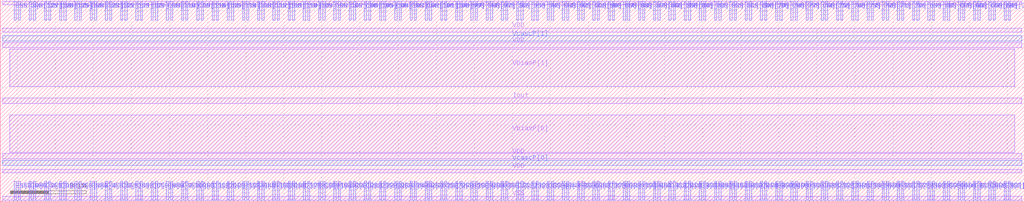
<source format=lef>
VERSION 5.7 ;
  NOWIREEXTENSIONATPIN ON ;
  DIVIDERCHAR "/" ;
  BUSBITCHARS "[]" ;
MACRO DAC2U128OUT4IN
  CLASS BLOCK ;
  FOREIGN DAC2U128OUT4IN ;
  ORIGIN 2.210 5.110 ;
  SIZE 134.420 BY 26.590 ;
  PIN VDD
    USE POWER ;
    PORT
      LAYER Metal1 ;
        RECT -1.900 15.150 131.900 15.820 ;
    END
    PORT
      LAYER Metal1 ;
        RECT -1.900 17.200 131.900 17.700 ;
    END
    PORT
      LAYER Metal1 ;
        RECT -1.900 0.550 131.900 1.220 ;
    END
    PORT
      LAYER Metal1 ;
        RECT -1.900 -1.330 131.900 -0.830 ;
    END
  END VDD
  PIN VSS
    USE GROUND ;
    PORT
      LAYER Metal1 ;
        RECT -1.900 20.780 131.900 21.280 ;
    END
    PORT
      LAYER Metal1 ;
        RECT -1.900 -4.910 131.900 -4.410 ;
    END
  END VSS
  PIN VbiasP[1]
    ANTENNAGATEAREA 478.500000 ;
    ANTENNADIFFAREA 5.010000 ;
    PORT
      LAYER Metal1 ;
        RECT -1.000 10.040 131.000 14.970 ;
    END
  END VbiasP[1]
  PIN Iout
    ANTENNADIFFAREA 66.047997 ;
    PORT
      LAYER Metal1 ;
        RECT -1.900 7.835 131.900 8.535 ;
    END
  END Iout
  PIN VbiasP[0]
    ANTENNAGATEAREA 478.500000 ;
    ANTENNADIFFAREA 5.010000 ;
    PORT
      LAYER Metal1 ;
        RECT -1.000 1.400 131.000 6.330 ;
    END
  END VbiasP[0]
  PIN ON[64]
    ANTENNAGATEAREA 0.039000 ;
    PORT
      LAYER Metal2 ;
        RECT 128.130 18.805 128.420 21.280 ;
    END
  END ON[64]
  PIN ONB[64]
    ANTENNAGATEAREA 0.039000 ;
    PORT
      LAYER Metal2 ;
        RECT 127.580 18.805 127.870 21.280 ;
    END
  END ONB[64]
  PIN ON[65]
    ANTENNAGATEAREA 0.039000 ;
    PORT
      LAYER Metal2 ;
        RECT 126.130 18.805 126.420 21.280 ;
    END
  END ON[65]
  PIN ONB[65]
    ANTENNAGATEAREA 0.039000 ;
    PORT
      LAYER Metal2 ;
        RECT 125.580 18.805 125.870 21.280 ;
    END
  END ONB[65]
  PIN ON[66]
    ANTENNAGATEAREA 0.039000 ;
    PORT
      LAYER Metal2 ;
        RECT 124.130 18.805 124.420 21.280 ;
    END
  END ON[66]
  PIN ONB[66]
    ANTENNAGATEAREA 0.039000 ;
    PORT
      LAYER Metal2 ;
        RECT 123.580 18.805 123.870 21.280 ;
    END
  END ONB[66]
  PIN ON[67]
    ANTENNAGATEAREA 0.039000 ;
    PORT
      LAYER Metal2 ;
        RECT 122.130 18.805 122.420 21.280 ;
    END
  END ON[67]
  PIN ONB[67]
    ANTENNAGATEAREA 0.039000 ;
    PORT
      LAYER Metal2 ;
        RECT 121.580 18.805 121.870 21.280 ;
    END
  END ONB[67]
  PIN ON[68]
    ANTENNAGATEAREA 0.039000 ;
    PORT
      LAYER Metal2 ;
        RECT 120.130 18.805 120.420 21.280 ;
    END
  END ON[68]
  PIN ONB[68]
    ANTENNAGATEAREA 0.039000 ;
    PORT
      LAYER Metal2 ;
        RECT 119.580 18.805 119.870 21.280 ;
    END
  END ONB[68]
  PIN ON[69]
    ANTENNAGATEAREA 0.039000 ;
    PORT
      LAYER Metal2 ;
        RECT 118.130 18.805 118.420 21.280 ;
    END
  END ON[69]
  PIN ONB[69]
    ANTENNAGATEAREA 0.039000 ;
    PORT
      LAYER Metal2 ;
        RECT 117.580 18.805 117.870 21.280 ;
    END
  END ONB[69]
  PIN ON[70]
    ANTENNAGATEAREA 0.039000 ;
    PORT
      LAYER Metal2 ;
        RECT 116.130 18.805 116.420 21.280 ;
    END
  END ON[70]
  PIN ONB[70]
    ANTENNAGATEAREA 0.039000 ;
    PORT
      LAYER Metal2 ;
        RECT 115.580 18.805 115.870 21.280 ;
    END
  END ONB[70]
  PIN ON[71]
    ANTENNAGATEAREA 0.039000 ;
    PORT
      LAYER Metal2 ;
        RECT 114.130 18.805 114.420 21.280 ;
    END
  END ON[71]
  PIN ONB[71]
    ANTENNAGATEAREA 0.039000 ;
    PORT
      LAYER Metal2 ;
        RECT 113.580 18.805 113.870 21.280 ;
    END
  END ONB[71]
  PIN ON[72]
    ANTENNAGATEAREA 0.039000 ;
    PORT
      LAYER Metal2 ;
        RECT 112.130 18.805 112.420 21.280 ;
    END
  END ON[72]
  PIN ONB[72]
    ANTENNAGATEAREA 0.039000 ;
    PORT
      LAYER Metal2 ;
        RECT 111.580 18.805 111.870 21.280 ;
    END
  END ONB[72]
  PIN ON[73]
    ANTENNAGATEAREA 0.039000 ;
    PORT
      LAYER Metal2 ;
        RECT 110.130 18.805 110.420 21.280 ;
    END
  END ON[73]
  PIN ONB[73]
    ANTENNAGATEAREA 0.039000 ;
    PORT
      LAYER Metal2 ;
        RECT 109.580 18.805 109.870 21.280 ;
    END
  END ONB[73]
  PIN ON[74]
    ANTENNAGATEAREA 0.039000 ;
    PORT
      LAYER Metal2 ;
        RECT 108.130 18.805 108.420 21.280 ;
    END
  END ON[74]
  PIN ONB[74]
    ANTENNAGATEAREA 0.039000 ;
    PORT
      LAYER Metal2 ;
        RECT 107.580 18.805 107.870 21.280 ;
    END
  END ONB[74]
  PIN ON[75]
    ANTENNAGATEAREA 0.039000 ;
    PORT
      LAYER Metal2 ;
        RECT 106.130 18.805 106.420 21.280 ;
    END
  END ON[75]
  PIN ONB[75]
    ANTENNAGATEAREA 0.039000 ;
    PORT
      LAYER Metal2 ;
        RECT 105.580 18.805 105.870 21.280 ;
    END
  END ONB[75]
  PIN ON[76]
    ANTENNAGATEAREA 0.039000 ;
    PORT
      LAYER Metal2 ;
        RECT 104.130 18.805 104.420 21.280 ;
    END
  END ON[76]
  PIN ONB[76]
    ANTENNAGATEAREA 0.039000 ;
    PORT
      LAYER Metal2 ;
        RECT 103.580 18.805 103.870 21.280 ;
    END
  END ONB[76]
  PIN ON[77]
    ANTENNAGATEAREA 0.039000 ;
    PORT
      LAYER Metal2 ;
        RECT 102.130 18.805 102.420 21.280 ;
    END
  END ON[77]
  PIN ONB[77]
    ANTENNAGATEAREA 0.039000 ;
    PORT
      LAYER Metal2 ;
        RECT 101.580 18.805 101.870 21.280 ;
    END
  END ONB[77]
  PIN ON[78]
    ANTENNAGATEAREA 0.039000 ;
    PORT
      LAYER Metal2 ;
        RECT 100.130 18.805 100.420 21.280 ;
    END
  END ON[78]
  PIN ONB[78]
    ANTENNAGATEAREA 0.039000 ;
    PORT
      LAYER Metal2 ;
        RECT 99.580 18.805 99.870 21.280 ;
    END
  END ONB[78]
  PIN ON[79]
    ANTENNAGATEAREA 0.039000 ;
    PORT
      LAYER Metal2 ;
        RECT 98.130 18.805 98.420 21.280 ;
    END
  END ON[79]
  PIN ONB[79]
    ANTENNAGATEAREA 0.039000 ;
    PORT
      LAYER Metal2 ;
        RECT 97.580 18.805 97.870 21.280 ;
    END
  END ONB[79]
  PIN ON[80]
    ANTENNAGATEAREA 0.039000 ;
    PORT
      LAYER Metal2 ;
        RECT 96.130 18.805 96.420 21.280 ;
    END
  END ON[80]
  PIN ONB[80]
    ANTENNAGATEAREA 0.039000 ;
    PORT
      LAYER Metal2 ;
        RECT 95.580 18.805 95.870 21.280 ;
    END
  END ONB[80]
  PIN ON[81]
    ANTENNAGATEAREA 0.039000 ;
    PORT
      LAYER Metal2 ;
        RECT 94.130 18.805 94.420 21.280 ;
    END
  END ON[81]
  PIN ONB[81]
    ANTENNAGATEAREA 0.039000 ;
    PORT
      LAYER Metal2 ;
        RECT 93.580 18.805 93.870 21.280 ;
    END
  END ONB[81]
  PIN ON[82]
    ANTENNAGATEAREA 0.039000 ;
    PORT
      LAYER Metal2 ;
        RECT 92.130 18.805 92.420 21.280 ;
    END
  END ON[82]
  PIN ONB[82]
    ANTENNAGATEAREA 0.039000 ;
    PORT
      LAYER Metal2 ;
        RECT 91.580 18.805 91.870 21.280 ;
    END
  END ONB[82]
  PIN ON[83]
    ANTENNAGATEAREA 0.039000 ;
    PORT
      LAYER Metal2 ;
        RECT 90.130 18.805 90.420 21.280 ;
    END
  END ON[83]
  PIN ONB[83]
    ANTENNAGATEAREA 0.039000 ;
    PORT
      LAYER Metal2 ;
        RECT 89.580 18.805 89.870 21.280 ;
    END
  END ONB[83]
  PIN ON[84]
    ANTENNAGATEAREA 0.039000 ;
    PORT
      LAYER Metal2 ;
        RECT 88.130 18.805 88.420 21.280 ;
    END
  END ON[84]
  PIN ONB[84]
    ANTENNAGATEAREA 0.039000 ;
    PORT
      LAYER Metal2 ;
        RECT 87.580 18.805 87.870 21.280 ;
    END
  END ONB[84]
  PIN ON[85]
    ANTENNAGATEAREA 0.039000 ;
    PORT
      LAYER Metal2 ;
        RECT 86.130 18.805 86.420 21.280 ;
    END
  END ON[85]
  PIN ONB[85]
    ANTENNAGATEAREA 0.039000 ;
    PORT
      LAYER Metal2 ;
        RECT 85.580 18.805 85.870 21.280 ;
    END
  END ONB[85]
  PIN ON[86]
    ANTENNAGATEAREA 0.039000 ;
    PORT
      LAYER Metal2 ;
        RECT 84.130 18.805 84.420 21.280 ;
    END
  END ON[86]
  PIN ONB[86]
    ANTENNAGATEAREA 0.039000 ;
    PORT
      LAYER Metal2 ;
        RECT 83.580 18.805 83.870 21.280 ;
    END
  END ONB[86]
  PIN ON[87]
    ANTENNAGATEAREA 0.039000 ;
    PORT
      LAYER Metal2 ;
        RECT 82.130 18.805 82.420 21.280 ;
    END
  END ON[87]
  PIN ONB[87]
    ANTENNAGATEAREA 0.039000 ;
    PORT
      LAYER Metal2 ;
        RECT 81.580 18.805 81.870 21.280 ;
    END
  END ONB[87]
  PIN ON[88]
    ANTENNAGATEAREA 0.039000 ;
    PORT
      LAYER Metal2 ;
        RECT 80.130 18.805 80.420 21.280 ;
    END
  END ON[88]
  PIN ONB[88]
    ANTENNAGATEAREA 0.039000 ;
    PORT
      LAYER Metal2 ;
        RECT 79.580 18.805 79.870 21.280 ;
    END
  END ONB[88]
  PIN ON[89]
    ANTENNAGATEAREA 0.039000 ;
    PORT
      LAYER Metal2 ;
        RECT 78.130 18.805 78.420 21.280 ;
    END
  END ON[89]
  PIN ONB[89]
    ANTENNAGATEAREA 0.039000 ;
    PORT
      LAYER Metal2 ;
        RECT 77.580 18.805 77.870 21.280 ;
    END
  END ONB[89]
  PIN ON[90]
    ANTENNAGATEAREA 0.039000 ;
    PORT
      LAYER Metal2 ;
        RECT 76.130 18.805 76.420 21.280 ;
    END
  END ON[90]
  PIN ONB[90]
    ANTENNAGATEAREA 0.039000 ;
    PORT
      LAYER Metal2 ;
        RECT 75.580 18.805 75.870 21.280 ;
    END
  END ONB[90]
  PIN ON[91]
    ANTENNAGATEAREA 0.039000 ;
    PORT
      LAYER Metal2 ;
        RECT 74.130 18.805 74.420 21.280 ;
    END
  END ON[91]
  PIN ONB[91]
    ANTENNAGATEAREA 0.039000 ;
    PORT
      LAYER Metal2 ;
        RECT 73.580 18.805 73.870 21.280 ;
    END
  END ONB[91]
  PIN ON[92]
    ANTENNAGATEAREA 0.039000 ;
    PORT
      LAYER Metal2 ;
        RECT 72.130 18.805 72.420 21.280 ;
    END
  END ON[92]
  PIN ONB[92]
    ANTENNAGATEAREA 0.039000 ;
    PORT
      LAYER Metal2 ;
        RECT 71.580 18.805 71.870 21.280 ;
    END
  END ONB[92]
  PIN ON[93]
    ANTENNAGATEAREA 0.039000 ;
    PORT
      LAYER Metal2 ;
        RECT 70.130 18.805 70.420 21.280 ;
    END
  END ON[93]
  PIN ONB[93]
    ANTENNAGATEAREA 0.039000 ;
    PORT
      LAYER Metal2 ;
        RECT 69.580 18.805 69.870 21.280 ;
    END
  END ONB[93]
  PIN ON[94]
    ANTENNAGATEAREA 0.039000 ;
    PORT
      LAYER Metal2 ;
        RECT 68.130 18.805 68.420 21.280 ;
    END
  END ON[94]
  PIN ONB[94]
    ANTENNAGATEAREA 0.039000 ;
    PORT
      LAYER Metal2 ;
        RECT 67.580 18.805 67.870 21.280 ;
    END
  END ONB[94]
  PIN ON[95]
    ANTENNAGATEAREA 0.039000 ;
    PORT
      LAYER Metal2 ;
        RECT 66.130 18.805 66.420 21.280 ;
    END
  END ON[95]
  PIN ONB[95]
    ANTENNAGATEAREA 0.039000 ;
    PORT
      LAYER Metal2 ;
        RECT 65.580 18.805 65.870 21.280 ;
    END
  END ONB[95]
  PIN EN[2]
    ANTENNAGATEAREA 0.039000 ;
    PORT
      LAYER Metal2 ;
        RECT 130.130 18.805 130.420 21.280 ;
    END
  END EN[2]
  PIN ENB[2]
    ANTENNAGATEAREA 0.039000 ;
    PORT
      LAYER Metal2 ;
        RECT 129.580 18.805 129.870 21.280 ;
    END
  END ENB[2]
  PIN ON[97]
    ANTENNAGATEAREA 0.039000 ;
    PORT
      LAYER Metal2 ;
        RECT 62.130 18.805 62.420 21.280 ;
    END
  END ON[97]
  PIN ONB[97]
    ANTENNAGATEAREA 0.039000 ;
    PORT
      LAYER Metal2 ;
        RECT 61.580 18.805 61.870 21.280 ;
    END
  END ONB[97]
  PIN ON[98]
    ANTENNAGATEAREA 0.039000 ;
    PORT
      LAYER Metal2 ;
        RECT 60.130 18.805 60.420 21.280 ;
    END
  END ON[98]
  PIN ONB[98]
    ANTENNAGATEAREA 0.039000 ;
    PORT
      LAYER Metal2 ;
        RECT 59.580 18.805 59.870 21.280 ;
    END
  END ONB[98]
  PIN ON[99]
    ANTENNAGATEAREA 0.039000 ;
    PORT
      LAYER Metal2 ;
        RECT 58.130 18.805 58.420 21.280 ;
    END
  END ON[99]
  PIN ONB[99]
    ANTENNAGATEAREA 0.039000 ;
    PORT
      LAYER Metal2 ;
        RECT 57.580 18.805 57.870 21.280 ;
    END
  END ONB[99]
  PIN ON[100]
    ANTENNAGATEAREA 0.039000 ;
    PORT
      LAYER Metal2 ;
        RECT 56.130 18.805 56.420 21.280 ;
    END
  END ON[100]
  PIN ONB[100]
    ANTENNAGATEAREA 0.039000 ;
    PORT
      LAYER Metal2 ;
        RECT 55.580 18.805 55.870 21.280 ;
    END
  END ONB[100]
  PIN ON[101]
    ANTENNAGATEAREA 0.039000 ;
    PORT
      LAYER Metal2 ;
        RECT 54.130 18.805 54.420 21.280 ;
    END
  END ON[101]
  PIN ONB[101]
    ANTENNAGATEAREA 0.039000 ;
    PORT
      LAYER Metal2 ;
        RECT 53.580 18.805 53.870 21.280 ;
    END
  END ONB[101]
  PIN ON[102]
    ANTENNAGATEAREA 0.039000 ;
    PORT
      LAYER Metal2 ;
        RECT 52.130 18.805 52.420 21.280 ;
    END
  END ON[102]
  PIN ONB[102]
    ANTENNAGATEAREA 0.039000 ;
    PORT
      LAYER Metal2 ;
        RECT 51.580 18.805 51.870 21.280 ;
    END
  END ONB[102]
  PIN ON[103]
    ANTENNAGATEAREA 0.039000 ;
    PORT
      LAYER Metal2 ;
        RECT 50.130 18.805 50.420 21.280 ;
    END
  END ON[103]
  PIN ONB[103]
    ANTENNAGATEAREA 0.039000 ;
    PORT
      LAYER Metal2 ;
        RECT 49.580 18.805 49.870 21.280 ;
    END
  END ONB[103]
  PIN ON[104]
    ANTENNAGATEAREA 0.039000 ;
    PORT
      LAYER Metal2 ;
        RECT 48.130 18.805 48.420 21.280 ;
    END
  END ON[104]
  PIN ONB[104]
    ANTENNAGATEAREA 0.039000 ;
    PORT
      LAYER Metal2 ;
        RECT 47.580 18.805 47.870 21.280 ;
    END
  END ONB[104]
  PIN ON[105]
    ANTENNAGATEAREA 0.039000 ;
    PORT
      LAYER Metal2 ;
        RECT 46.130 18.805 46.420 21.280 ;
    END
  END ON[105]
  PIN ONB[105]
    ANTENNAGATEAREA 0.039000 ;
    PORT
      LAYER Metal2 ;
        RECT 45.580 18.805 45.870 21.280 ;
    END
  END ONB[105]
  PIN ON[106]
    ANTENNAGATEAREA 0.039000 ;
    PORT
      LAYER Metal2 ;
        RECT 44.130 18.805 44.420 21.280 ;
    END
  END ON[106]
  PIN ONB[106]
    ANTENNAGATEAREA 0.039000 ;
    PORT
      LAYER Metal2 ;
        RECT 43.580 18.805 43.870 21.280 ;
    END
  END ONB[106]
  PIN ON[107]
    ANTENNAGATEAREA 0.039000 ;
    PORT
      LAYER Metal2 ;
        RECT 42.130 18.805 42.420 21.280 ;
    END
  END ON[107]
  PIN ONB[107]
    ANTENNAGATEAREA 0.039000 ;
    PORT
      LAYER Metal2 ;
        RECT 41.580 18.805 41.870 21.280 ;
    END
  END ONB[107]
  PIN ON[108]
    ANTENNAGATEAREA 0.039000 ;
    PORT
      LAYER Metal2 ;
        RECT 40.130 18.805 40.420 21.280 ;
    END
  END ON[108]
  PIN ONB[108]
    ANTENNAGATEAREA 0.039000 ;
    PORT
      LAYER Metal2 ;
        RECT 39.580 18.805 39.870 21.280 ;
    END
  END ONB[108]
  PIN ON[109]
    ANTENNAGATEAREA 0.039000 ;
    PORT
      LAYER Metal2 ;
        RECT 38.130 18.805 38.420 21.280 ;
    END
  END ON[109]
  PIN ONB[109]
    ANTENNAGATEAREA 0.039000 ;
    PORT
      LAYER Metal2 ;
        RECT 37.580 18.805 37.870 21.280 ;
    END
  END ONB[109]
  PIN ON[110]
    ANTENNAGATEAREA 0.039000 ;
    PORT
      LAYER Metal2 ;
        RECT 36.130 18.805 36.420 21.280 ;
    END
  END ON[110]
  PIN ONB[110]
    ANTENNAGATEAREA 0.039000 ;
    PORT
      LAYER Metal2 ;
        RECT 35.580 18.805 35.870 21.280 ;
    END
  END ONB[110]
  PIN ON[111]
    ANTENNAGATEAREA 0.039000 ;
    PORT
      LAYER Metal2 ;
        RECT 34.130 18.805 34.420 21.280 ;
    END
  END ON[111]
  PIN ONB[111]
    ANTENNAGATEAREA 0.039000 ;
    PORT
      LAYER Metal2 ;
        RECT 33.580 18.805 33.870 21.280 ;
    END
  END ONB[111]
  PIN ON[112]
    ANTENNAGATEAREA 0.039000 ;
    PORT
      LAYER Metal2 ;
        RECT 32.130 18.805 32.420 21.280 ;
    END
  END ON[112]
  PIN ONB[112]
    ANTENNAGATEAREA 0.039000 ;
    PORT
      LAYER Metal2 ;
        RECT 31.580 18.805 31.870 21.280 ;
    END
  END ONB[112]
  PIN ON[113]
    ANTENNAGATEAREA 0.039000 ;
    PORT
      LAYER Metal2 ;
        RECT 30.130 18.805 30.420 21.280 ;
    END
  END ON[113]
  PIN ONB[113]
    ANTENNAGATEAREA 0.039000 ;
    PORT
      LAYER Metal2 ;
        RECT 29.580 18.805 29.870 21.280 ;
    END
  END ONB[113]
  PIN ON[114]
    ANTENNAGATEAREA 0.039000 ;
    PORT
      LAYER Metal2 ;
        RECT 28.130 18.805 28.420 21.280 ;
    END
  END ON[114]
  PIN ONB[114]
    ANTENNAGATEAREA 0.039000 ;
    PORT
      LAYER Metal2 ;
        RECT 27.580 18.805 27.870 21.280 ;
    END
  END ONB[114]
  PIN ON[115]
    ANTENNAGATEAREA 0.039000 ;
    PORT
      LAYER Metal2 ;
        RECT 26.130 18.805 26.420 21.280 ;
    END
  END ON[115]
  PIN ONB[115]
    ANTENNAGATEAREA 0.039000 ;
    PORT
      LAYER Metal2 ;
        RECT 25.580 18.805 25.870 21.280 ;
    END
  END ONB[115]
  PIN ON[116]
    ANTENNAGATEAREA 0.039000 ;
    PORT
      LAYER Metal2 ;
        RECT 24.130 18.805 24.420 21.280 ;
    END
  END ON[116]
  PIN ONB[116]
    ANTENNAGATEAREA 0.039000 ;
    PORT
      LAYER Metal2 ;
        RECT 23.580 18.805 23.870 21.280 ;
    END
  END ONB[116]
  PIN ON[117]
    ANTENNAGATEAREA 0.039000 ;
    PORT
      LAYER Metal2 ;
        RECT 22.130 18.805 22.420 21.280 ;
    END
  END ON[117]
  PIN ONB[117]
    ANTENNAGATEAREA 0.039000 ;
    PORT
      LAYER Metal2 ;
        RECT 21.580 18.805 21.870 21.280 ;
    END
  END ONB[117]
  PIN ON[118]
    ANTENNAGATEAREA 0.039000 ;
    PORT
      LAYER Metal2 ;
        RECT 20.130 18.805 20.420 21.280 ;
    END
  END ON[118]
  PIN ONB[118]
    ANTENNAGATEAREA 0.039000 ;
    PORT
      LAYER Metal2 ;
        RECT 19.580 18.805 19.870 21.280 ;
    END
  END ONB[118]
  PIN ON[119]
    ANTENNAGATEAREA 0.039000 ;
    PORT
      LAYER Metal2 ;
        RECT 18.130 18.805 18.420 21.280 ;
    END
  END ON[119]
  PIN ONB[119]
    ANTENNAGATEAREA 0.039000 ;
    PORT
      LAYER Metal2 ;
        RECT 17.580 18.805 17.870 21.280 ;
    END
  END ONB[119]
  PIN ON[120]
    ANTENNAGATEAREA 0.039000 ;
    PORT
      LAYER Metal2 ;
        RECT 16.130 18.805 16.420 21.280 ;
    END
  END ON[120]
  PIN ONB[120]
    ANTENNAGATEAREA 0.039000 ;
    PORT
      LAYER Metal2 ;
        RECT 15.580 18.805 15.870 21.280 ;
    END
  END ONB[120]
  PIN ON[121]
    ANTENNAGATEAREA 0.039000 ;
    PORT
      LAYER Metal2 ;
        RECT 14.130 18.805 14.420 21.280 ;
    END
  END ON[121]
  PIN ONB[121]
    ANTENNAGATEAREA 0.039000 ;
    PORT
      LAYER Metal2 ;
        RECT 13.580 18.805 13.870 21.280 ;
    END
  END ONB[121]
  PIN ON[122]
    ANTENNAGATEAREA 0.039000 ;
    PORT
      LAYER Metal2 ;
        RECT 12.130 18.805 12.420 21.280 ;
    END
  END ON[122]
  PIN ONB[122]
    ANTENNAGATEAREA 0.039000 ;
    PORT
      LAYER Metal2 ;
        RECT 11.580 18.805 11.870 21.280 ;
    END
  END ONB[122]
  PIN ON[123]
    ANTENNAGATEAREA 0.039000 ;
    PORT
      LAYER Metal2 ;
        RECT 10.130 18.805 10.420 21.280 ;
    END
  END ON[123]
  PIN ONB[123]
    ANTENNAGATEAREA 0.039000 ;
    PORT
      LAYER Metal2 ;
        RECT 9.580 18.805 9.870 21.280 ;
    END
  END ONB[123]
  PIN ON[124]
    ANTENNAGATEAREA 0.039000 ;
    PORT
      LAYER Metal2 ;
        RECT 8.130 18.805 8.420 21.280 ;
    END
  END ON[124]
  PIN ONB[124]
    ANTENNAGATEAREA 0.039000 ;
    PORT
      LAYER Metal2 ;
        RECT 7.580 18.805 7.870 21.280 ;
    END
  END ONB[124]
  PIN ON[125]
    ANTENNAGATEAREA 0.039000 ;
    PORT
      LAYER Metal2 ;
        RECT 6.130 18.805 6.420 21.280 ;
    END
  END ON[125]
  PIN ONB[125]
    ANTENNAGATEAREA 0.039000 ;
    PORT
      LAYER Metal2 ;
        RECT 5.580 18.805 5.870 21.280 ;
    END
  END ONB[125]
  PIN ON[126]
    ANTENNAGATEAREA 0.039000 ;
    PORT
      LAYER Metal2 ;
        RECT 4.130 18.805 4.420 21.280 ;
    END
  END ON[126]
  PIN ONB[126]
    ANTENNAGATEAREA 0.039000 ;
    PORT
      LAYER Metal2 ;
        RECT 3.580 18.805 3.870 21.280 ;
    END
  END ONB[126]
  PIN ON[127]
    ANTENNAGATEAREA 0.039000 ;
    PORT
      LAYER Metal2 ;
        RECT 2.130 18.805 2.420 21.280 ;
    END
  END ON[127]
  PIN ONB[127]
    ANTENNAGATEAREA 0.039000 ;
    PORT
      LAYER Metal2 ;
        RECT 1.580 18.805 1.870 21.280 ;
    END
  END ONB[127]
  PIN ON[96]
    ANTENNAGATEAREA 0.039000 ;
    PORT
      LAYER Metal2 ;
        RECT 64.130 18.805 64.420 21.280 ;
    END
  END ON[96]
  PIN ONB[96]
    ANTENNAGATEAREA 0.039000 ;
    PORT
      LAYER Metal2 ;
        RECT 63.580 18.805 63.870 21.280 ;
    END
  END ONB[96]
  PIN EN[3]
    ANTENNAGATEAREA 0.039000 ;
    PORT
      LAYER Metal2 ;
        RECT 0.130 18.805 0.420 21.280 ;
    END
  END EN[3]
  PIN ENB[3]
    ANTENNAGATEAREA 0.039000 ;
    PORT
      LAYER Metal2 ;
        RECT -0.420 18.805 -0.130 21.280 ;
    END
  END ENB[3]
  PIN ON[0]
    ANTENNAGATEAREA 0.039000 ;
    PORT
      LAYER Metal2 ;
        RECT 1.580 -4.910 1.870 -2.435 ;
    END
  END ON[0]
  PIN ONB[0]
    ANTENNAGATEAREA 0.039000 ;
    PORT
      LAYER Metal2 ;
        RECT 2.130 -4.910 2.420 -2.435 ;
    END
  END ONB[0]
  PIN ON[1]
    ANTENNAGATEAREA 0.039000 ;
    PORT
      LAYER Metal2 ;
        RECT 3.580 -4.910 3.870 -2.435 ;
    END
  END ON[1]
  PIN ONB[1]
    ANTENNAGATEAREA 0.039000 ;
    PORT
      LAYER Metal2 ;
        RECT 4.130 -4.910 4.420 -2.435 ;
    END
  END ONB[1]
  PIN ON[2]
    ANTENNAGATEAREA 0.039000 ;
    PORT
      LAYER Metal2 ;
        RECT 5.580 -4.910 5.870 -2.435 ;
    END
  END ON[2]
  PIN ONB[2]
    ANTENNAGATEAREA 0.039000 ;
    PORT
      LAYER Metal2 ;
        RECT 6.130 -4.910 6.420 -2.435 ;
    END
  END ONB[2]
  PIN ON[3]
    ANTENNAGATEAREA 0.039000 ;
    PORT
      LAYER Metal2 ;
        RECT 7.580 -4.910 7.870 -2.435 ;
    END
  END ON[3]
  PIN ONB[3]
    ANTENNAGATEAREA 0.039000 ;
    PORT
      LAYER Metal2 ;
        RECT 8.130 -4.910 8.420 -2.435 ;
    END
  END ONB[3]
  PIN ON[4]
    ANTENNAGATEAREA 0.039000 ;
    PORT
      LAYER Metal2 ;
        RECT 9.580 -4.910 9.870 -2.435 ;
    END
  END ON[4]
  PIN ONB[4]
    ANTENNAGATEAREA 0.039000 ;
    PORT
      LAYER Metal2 ;
        RECT 10.130 -4.910 10.420 -2.435 ;
    END
  END ONB[4]
  PIN ON[5]
    ANTENNAGATEAREA 0.039000 ;
    PORT
      LAYER Metal2 ;
        RECT 11.580 -4.910 11.870 -2.435 ;
    END
  END ON[5]
  PIN ONB[5]
    ANTENNAGATEAREA 0.039000 ;
    PORT
      LAYER Metal2 ;
        RECT 12.130 -4.910 12.420 -2.435 ;
    END
  END ONB[5]
  PIN ON[6]
    ANTENNAGATEAREA 0.039000 ;
    PORT
      LAYER Metal2 ;
        RECT 13.580 -4.910 13.870 -2.435 ;
    END
  END ON[6]
  PIN ONB[6]
    ANTENNAGATEAREA 0.039000 ;
    PORT
      LAYER Metal2 ;
        RECT 14.130 -4.910 14.420 -2.435 ;
    END
  END ONB[6]
  PIN ON[7]
    ANTENNAGATEAREA 0.039000 ;
    PORT
      LAYER Metal2 ;
        RECT 15.580 -4.910 15.870 -2.435 ;
    END
  END ON[7]
  PIN ONB[7]
    ANTENNAGATEAREA 0.039000 ;
    PORT
      LAYER Metal2 ;
        RECT 16.130 -4.910 16.420 -2.435 ;
    END
  END ONB[7]
  PIN ON[8]
    ANTENNAGATEAREA 0.039000 ;
    PORT
      LAYER Metal2 ;
        RECT 17.580 -4.910 17.870 -2.435 ;
    END
  END ON[8]
  PIN ONB[8]
    ANTENNAGATEAREA 0.039000 ;
    PORT
      LAYER Metal2 ;
        RECT 18.130 -4.910 18.420 -2.435 ;
    END
  END ONB[8]
  PIN ON[9]
    ANTENNAGATEAREA 0.039000 ;
    PORT
      LAYER Metal2 ;
        RECT 19.580 -4.910 19.870 -2.435 ;
    END
  END ON[9]
  PIN ONB[9]
    ANTENNAGATEAREA 0.039000 ;
    PORT
      LAYER Metal2 ;
        RECT 20.130 -4.910 20.420 -2.435 ;
    END
  END ONB[9]
  PIN ON[10]
    ANTENNAGATEAREA 0.039000 ;
    PORT
      LAYER Metal2 ;
        RECT 21.580 -4.910 21.870 -2.435 ;
    END
  END ON[10]
  PIN ONB[10]
    ANTENNAGATEAREA 0.039000 ;
    PORT
      LAYER Metal2 ;
        RECT 22.130 -4.910 22.420 -2.435 ;
    END
  END ONB[10]
  PIN ON[11]
    ANTENNAGATEAREA 0.039000 ;
    PORT
      LAYER Metal2 ;
        RECT 23.580 -4.910 23.870 -2.435 ;
    END
  END ON[11]
  PIN ONB[11]
    ANTENNAGATEAREA 0.039000 ;
    PORT
      LAYER Metal2 ;
        RECT 24.130 -4.910 24.420 -2.435 ;
    END
  END ONB[11]
  PIN ON[12]
    ANTENNAGATEAREA 0.039000 ;
    PORT
      LAYER Metal2 ;
        RECT 25.580 -4.910 25.870 -2.435 ;
    END
  END ON[12]
  PIN ONB[12]
    ANTENNAGATEAREA 0.039000 ;
    PORT
      LAYER Metal2 ;
        RECT 26.130 -4.910 26.420 -2.435 ;
    END
  END ONB[12]
  PIN ON[13]
    ANTENNAGATEAREA 0.039000 ;
    PORT
      LAYER Metal2 ;
        RECT 27.580 -4.910 27.870 -2.435 ;
    END
  END ON[13]
  PIN ONB[13]
    ANTENNAGATEAREA 0.039000 ;
    PORT
      LAYER Metal2 ;
        RECT 28.130 -4.910 28.420 -2.435 ;
    END
  END ONB[13]
  PIN ON[14]
    ANTENNAGATEAREA 0.039000 ;
    PORT
      LAYER Metal2 ;
        RECT 29.580 -4.910 29.870 -2.435 ;
    END
  END ON[14]
  PIN ONB[14]
    ANTENNAGATEAREA 0.039000 ;
    PORT
      LAYER Metal2 ;
        RECT 30.130 -4.910 30.420 -2.435 ;
    END
  END ONB[14]
  PIN ON[15]
    ANTENNAGATEAREA 0.039000 ;
    PORT
      LAYER Metal2 ;
        RECT 31.580 -4.910 31.870 -2.435 ;
    END
  END ON[15]
  PIN ONB[15]
    ANTENNAGATEAREA 0.039000 ;
    PORT
      LAYER Metal2 ;
        RECT 32.130 -4.910 32.420 -2.435 ;
    END
  END ONB[15]
  PIN ON[16]
    ANTENNAGATEAREA 0.039000 ;
    PORT
      LAYER Metal2 ;
        RECT 33.580 -4.910 33.870 -2.435 ;
    END
  END ON[16]
  PIN ONB[16]
    ANTENNAGATEAREA 0.039000 ;
    PORT
      LAYER Metal2 ;
        RECT 34.130 -4.910 34.420 -2.435 ;
    END
  END ONB[16]
  PIN ON[17]
    ANTENNAGATEAREA 0.039000 ;
    PORT
      LAYER Metal2 ;
        RECT 35.580 -4.910 35.870 -2.435 ;
    END
  END ON[17]
  PIN ONB[17]
    ANTENNAGATEAREA 0.039000 ;
    PORT
      LAYER Metal2 ;
        RECT 36.130 -4.910 36.420 -2.435 ;
    END
  END ONB[17]
  PIN ON[18]
    ANTENNAGATEAREA 0.039000 ;
    PORT
      LAYER Metal2 ;
        RECT 37.580 -4.910 37.870 -2.435 ;
    END
  END ON[18]
  PIN ONB[18]
    ANTENNAGATEAREA 0.039000 ;
    PORT
      LAYER Metal2 ;
        RECT 38.130 -4.910 38.420 -2.435 ;
    END
  END ONB[18]
  PIN ON[19]
    ANTENNAGATEAREA 0.039000 ;
    PORT
      LAYER Metal2 ;
        RECT 39.580 -4.910 39.870 -2.435 ;
    END
  END ON[19]
  PIN ONB[19]
    ANTENNAGATEAREA 0.039000 ;
    PORT
      LAYER Metal2 ;
        RECT 40.130 -4.910 40.420 -2.435 ;
    END
  END ONB[19]
  PIN ON[20]
    ANTENNAGATEAREA 0.039000 ;
    PORT
      LAYER Metal2 ;
        RECT 41.580 -4.910 41.870 -2.435 ;
    END
  END ON[20]
  PIN ONB[20]
    ANTENNAGATEAREA 0.039000 ;
    PORT
      LAYER Metal2 ;
        RECT 42.130 -4.910 42.420 -2.435 ;
    END
  END ONB[20]
  PIN ON[21]
    ANTENNAGATEAREA 0.039000 ;
    PORT
      LAYER Metal2 ;
        RECT 43.580 -4.910 43.870 -2.435 ;
    END
  END ON[21]
  PIN ONB[21]
    ANTENNAGATEAREA 0.039000 ;
    PORT
      LAYER Metal2 ;
        RECT 44.130 -4.910 44.420 -2.435 ;
    END
  END ONB[21]
  PIN ON[22]
    ANTENNAGATEAREA 0.039000 ;
    PORT
      LAYER Metal2 ;
        RECT 45.580 -4.910 45.870 -2.435 ;
    END
  END ON[22]
  PIN ONB[22]
    ANTENNAGATEAREA 0.039000 ;
    PORT
      LAYER Metal2 ;
        RECT 46.130 -4.910 46.420 -2.435 ;
    END
  END ONB[22]
  PIN ON[23]
    ANTENNAGATEAREA 0.039000 ;
    PORT
      LAYER Metal2 ;
        RECT 47.580 -4.910 47.870 -2.435 ;
    END
  END ON[23]
  PIN ONB[23]
    ANTENNAGATEAREA 0.039000 ;
    PORT
      LAYER Metal2 ;
        RECT 48.130 -4.910 48.420 -2.435 ;
    END
  END ONB[23]
  PIN ON[24]
    ANTENNAGATEAREA 0.039000 ;
    PORT
      LAYER Metal2 ;
        RECT 49.580 -4.910 49.870 -2.435 ;
    END
  END ON[24]
  PIN ONB[24]
    ANTENNAGATEAREA 0.039000 ;
    PORT
      LAYER Metal2 ;
        RECT 50.130 -4.910 50.420 -2.435 ;
    END
  END ONB[24]
  PIN ON[25]
    ANTENNAGATEAREA 0.039000 ;
    PORT
      LAYER Metal2 ;
        RECT 51.580 -4.910 51.870 -2.435 ;
    END
  END ON[25]
  PIN ONB[25]
    ANTENNAGATEAREA 0.039000 ;
    PORT
      LAYER Metal2 ;
        RECT 52.130 -4.910 52.420 -2.435 ;
    END
  END ONB[25]
  PIN ON[26]
    ANTENNAGATEAREA 0.039000 ;
    PORT
      LAYER Metal2 ;
        RECT 53.580 -4.910 53.870 -2.435 ;
    END
  END ON[26]
  PIN ONB[26]
    ANTENNAGATEAREA 0.039000 ;
    PORT
      LAYER Metal2 ;
        RECT 54.130 -4.910 54.420 -2.435 ;
    END
  END ONB[26]
  PIN ON[27]
    ANTENNAGATEAREA 0.039000 ;
    PORT
      LAYER Metal2 ;
        RECT 55.580 -4.910 55.870 -2.435 ;
    END
  END ON[27]
  PIN ONB[27]
    ANTENNAGATEAREA 0.039000 ;
    PORT
      LAYER Metal2 ;
        RECT 56.130 -4.910 56.420 -2.435 ;
    END
  END ONB[27]
  PIN ON[28]
    ANTENNAGATEAREA 0.039000 ;
    PORT
      LAYER Metal2 ;
        RECT 57.580 -4.910 57.870 -2.435 ;
    END
  END ON[28]
  PIN ONB[28]
    ANTENNAGATEAREA 0.039000 ;
    PORT
      LAYER Metal2 ;
        RECT 58.130 -4.910 58.420 -2.435 ;
    END
  END ONB[28]
  PIN ON[29]
    ANTENNAGATEAREA 0.039000 ;
    PORT
      LAYER Metal2 ;
        RECT 59.580 -4.910 59.870 -2.435 ;
    END
  END ON[29]
  PIN ONB[29]
    ANTENNAGATEAREA 0.039000 ;
    PORT
      LAYER Metal2 ;
        RECT 60.130 -4.910 60.420 -2.435 ;
    END
  END ONB[29]
  PIN ON[30]
    ANTENNAGATEAREA 0.039000 ;
    PORT
      LAYER Metal2 ;
        RECT 61.580 -4.910 61.870 -2.435 ;
    END
  END ON[30]
  PIN ONB[30]
    ANTENNAGATEAREA 0.039000 ;
    PORT
      LAYER Metal2 ;
        RECT 62.130 -4.910 62.420 -2.435 ;
    END
  END ONB[30]
  PIN ON[31]
    ANTENNAGATEAREA 0.039000 ;
    PORT
      LAYER Metal2 ;
        RECT 63.580 -4.910 63.870 -2.435 ;
    END
  END ON[31]
  PIN ONB[31]
    ANTENNAGATEAREA 0.039000 ;
    PORT
      LAYER Metal2 ;
        RECT 64.130 -4.910 64.420 -2.435 ;
    END
  END ONB[31]
  PIN EN[0]
    ANTENNAGATEAREA 0.039000 ;
    PORT
      LAYER Metal2 ;
        RECT -0.420 -4.910 -0.130 -2.435 ;
    END
  END EN[0]
  PIN ENB[0]
    ANTENNAGATEAREA 0.039000 ;
    PORT
      LAYER Metal2 ;
        RECT 0.130 -4.910 0.420 -2.435 ;
    END
  END ENB[0]
  PIN ON[33]
    ANTENNAGATEAREA 0.039000 ;
    PORT
      LAYER Metal2 ;
        RECT 67.580 -4.910 67.870 -2.435 ;
    END
  END ON[33]
  PIN ONB[33]
    ANTENNAGATEAREA 0.039000 ;
    PORT
      LAYER Metal2 ;
        RECT 68.130 -4.910 68.420 -2.435 ;
    END
  END ONB[33]
  PIN ON[34]
    ANTENNAGATEAREA 0.039000 ;
    PORT
      LAYER Metal2 ;
        RECT 69.580 -4.910 69.870 -2.435 ;
    END
  END ON[34]
  PIN ONB[34]
    ANTENNAGATEAREA 0.039000 ;
    PORT
      LAYER Metal2 ;
        RECT 70.130 -4.910 70.420 -2.435 ;
    END
  END ONB[34]
  PIN ON[35]
    ANTENNAGATEAREA 0.039000 ;
    PORT
      LAYER Metal2 ;
        RECT 71.580 -4.910 71.870 -2.435 ;
    END
  END ON[35]
  PIN ONB[35]
    ANTENNAGATEAREA 0.039000 ;
    PORT
      LAYER Metal2 ;
        RECT 72.130 -4.910 72.420 -2.435 ;
    END
  END ONB[35]
  PIN ON[36]
    ANTENNAGATEAREA 0.039000 ;
    PORT
      LAYER Metal2 ;
        RECT 73.580 -4.910 73.870 -2.435 ;
    END
  END ON[36]
  PIN ONB[36]
    ANTENNAGATEAREA 0.039000 ;
    PORT
      LAYER Metal2 ;
        RECT 74.130 -4.910 74.420 -2.435 ;
    END
  END ONB[36]
  PIN ON[37]
    ANTENNAGATEAREA 0.039000 ;
    PORT
      LAYER Metal2 ;
        RECT 75.580 -4.910 75.870 -2.435 ;
    END
  END ON[37]
  PIN ONB[37]
    ANTENNAGATEAREA 0.039000 ;
    PORT
      LAYER Metal2 ;
        RECT 76.130 -4.910 76.420 -2.435 ;
    END
  END ONB[37]
  PIN ON[38]
    ANTENNAGATEAREA 0.039000 ;
    PORT
      LAYER Metal2 ;
        RECT 77.580 -4.910 77.870 -2.435 ;
    END
  END ON[38]
  PIN ONB[38]
    ANTENNAGATEAREA 0.039000 ;
    PORT
      LAYER Metal2 ;
        RECT 78.130 -4.910 78.420 -2.435 ;
    END
  END ONB[38]
  PIN ON[39]
    ANTENNAGATEAREA 0.039000 ;
    PORT
      LAYER Metal2 ;
        RECT 79.580 -4.910 79.870 -2.435 ;
    END
  END ON[39]
  PIN ONB[39]
    ANTENNAGATEAREA 0.039000 ;
    PORT
      LAYER Metal2 ;
        RECT 80.130 -4.910 80.420 -2.435 ;
    END
  END ONB[39]
  PIN ON[40]
    ANTENNAGATEAREA 0.039000 ;
    PORT
      LAYER Metal2 ;
        RECT 81.580 -4.910 81.870 -2.435 ;
    END
  END ON[40]
  PIN ONB[40]
    ANTENNAGATEAREA 0.039000 ;
    PORT
      LAYER Metal2 ;
        RECT 82.130 -4.910 82.420 -2.435 ;
    END
  END ONB[40]
  PIN ON[41]
    ANTENNAGATEAREA 0.039000 ;
    PORT
      LAYER Metal2 ;
        RECT 83.580 -4.910 83.870 -2.435 ;
    END
  END ON[41]
  PIN ONB[41]
    ANTENNAGATEAREA 0.039000 ;
    PORT
      LAYER Metal2 ;
        RECT 84.130 -4.910 84.420 -2.435 ;
    END
  END ONB[41]
  PIN ON[42]
    ANTENNAGATEAREA 0.039000 ;
    PORT
      LAYER Metal2 ;
        RECT 85.580 -4.910 85.870 -2.435 ;
    END
  END ON[42]
  PIN ONB[42]
    ANTENNAGATEAREA 0.039000 ;
    PORT
      LAYER Metal2 ;
        RECT 86.130 -4.910 86.420 -2.435 ;
    END
  END ONB[42]
  PIN ON[43]
    ANTENNAGATEAREA 0.039000 ;
    PORT
      LAYER Metal2 ;
        RECT 87.580 -4.910 87.870 -2.435 ;
    END
  END ON[43]
  PIN ONB[43]
    ANTENNAGATEAREA 0.039000 ;
    PORT
      LAYER Metal2 ;
        RECT 88.130 -4.910 88.420 -2.435 ;
    END
  END ONB[43]
  PIN ON[44]
    ANTENNAGATEAREA 0.039000 ;
    PORT
      LAYER Metal2 ;
        RECT 89.580 -4.910 89.870 -2.435 ;
    END
  END ON[44]
  PIN ONB[44]
    ANTENNAGATEAREA 0.039000 ;
    PORT
      LAYER Metal2 ;
        RECT 90.130 -4.910 90.420 -2.435 ;
    END
  END ONB[44]
  PIN ON[45]
    ANTENNAGATEAREA 0.039000 ;
    PORT
      LAYER Metal2 ;
        RECT 91.580 -4.910 91.870 -2.435 ;
    END
  END ON[45]
  PIN ONB[45]
    ANTENNAGATEAREA 0.039000 ;
    PORT
      LAYER Metal2 ;
        RECT 92.130 -4.910 92.420 -2.435 ;
    END
  END ONB[45]
  PIN ON[46]
    ANTENNAGATEAREA 0.039000 ;
    PORT
      LAYER Metal2 ;
        RECT 93.580 -4.910 93.870 -2.435 ;
    END
  END ON[46]
  PIN ONB[46]
    ANTENNAGATEAREA 0.039000 ;
    PORT
      LAYER Metal2 ;
        RECT 94.130 -4.910 94.420 -2.435 ;
    END
  END ONB[46]
  PIN ON[47]
    ANTENNAGATEAREA 0.039000 ;
    PORT
      LAYER Metal2 ;
        RECT 95.580 -4.910 95.870 -2.435 ;
    END
  END ON[47]
  PIN ONB[47]
    ANTENNAGATEAREA 0.039000 ;
    PORT
      LAYER Metal2 ;
        RECT 96.130 -4.910 96.420 -2.435 ;
    END
  END ONB[47]
  PIN ON[48]
    ANTENNAGATEAREA 0.039000 ;
    PORT
      LAYER Metal2 ;
        RECT 97.580 -4.910 97.870 -2.435 ;
    END
  END ON[48]
  PIN ONB[48]
    ANTENNAGATEAREA 0.039000 ;
    PORT
      LAYER Metal2 ;
        RECT 98.130 -4.910 98.420 -2.435 ;
    END
  END ONB[48]
  PIN ON[49]
    ANTENNAGATEAREA 0.039000 ;
    PORT
      LAYER Metal2 ;
        RECT 99.580 -4.910 99.870 -2.435 ;
    END
  END ON[49]
  PIN ONB[49]
    ANTENNAGATEAREA 0.039000 ;
    PORT
      LAYER Metal2 ;
        RECT 100.130 -4.910 100.420 -2.435 ;
    END
  END ONB[49]
  PIN ON[50]
    ANTENNAGATEAREA 0.039000 ;
    PORT
      LAYER Metal2 ;
        RECT 101.580 -4.910 101.870 -2.435 ;
    END
  END ON[50]
  PIN ONB[50]
    ANTENNAGATEAREA 0.039000 ;
    PORT
      LAYER Metal2 ;
        RECT 102.130 -4.910 102.420 -2.435 ;
    END
  END ONB[50]
  PIN ON[51]
    ANTENNAGATEAREA 0.039000 ;
    PORT
      LAYER Metal2 ;
        RECT 103.580 -4.910 103.870 -2.435 ;
    END
  END ON[51]
  PIN ONB[51]
    ANTENNAGATEAREA 0.039000 ;
    PORT
      LAYER Metal2 ;
        RECT 104.130 -4.910 104.420 -2.435 ;
    END
  END ONB[51]
  PIN ON[52]
    ANTENNAGATEAREA 0.039000 ;
    PORT
      LAYER Metal2 ;
        RECT 105.580 -4.910 105.870 -2.435 ;
    END
  END ON[52]
  PIN ONB[52]
    ANTENNAGATEAREA 0.039000 ;
    PORT
      LAYER Metal2 ;
        RECT 106.130 -4.910 106.420 -2.435 ;
    END
  END ONB[52]
  PIN ON[53]
    ANTENNAGATEAREA 0.039000 ;
    PORT
      LAYER Metal2 ;
        RECT 107.580 -4.910 107.870 -2.435 ;
    END
  END ON[53]
  PIN ONB[53]
    ANTENNAGATEAREA 0.039000 ;
    PORT
      LAYER Metal2 ;
        RECT 108.130 -4.910 108.420 -2.435 ;
    END
  END ONB[53]
  PIN ON[54]
    ANTENNAGATEAREA 0.039000 ;
    PORT
      LAYER Metal2 ;
        RECT 109.580 -4.910 109.870 -2.435 ;
    END
  END ON[54]
  PIN ONB[54]
    ANTENNAGATEAREA 0.039000 ;
    PORT
      LAYER Metal2 ;
        RECT 110.130 -4.910 110.420 -2.435 ;
    END
  END ONB[54]
  PIN ON[55]
    ANTENNAGATEAREA 0.039000 ;
    PORT
      LAYER Metal2 ;
        RECT 111.580 -4.910 111.870 -2.435 ;
    END
  END ON[55]
  PIN ONB[55]
    ANTENNAGATEAREA 0.039000 ;
    PORT
      LAYER Metal2 ;
        RECT 112.130 -4.910 112.420 -2.435 ;
    END
  END ONB[55]
  PIN ON[56]
    ANTENNAGATEAREA 0.039000 ;
    PORT
      LAYER Metal2 ;
        RECT 113.580 -4.910 113.870 -2.435 ;
    END
  END ON[56]
  PIN ONB[56]
    ANTENNAGATEAREA 0.039000 ;
    PORT
      LAYER Metal2 ;
        RECT 114.130 -4.910 114.420 -2.435 ;
    END
  END ONB[56]
  PIN ON[57]
    ANTENNAGATEAREA 0.039000 ;
    PORT
      LAYER Metal2 ;
        RECT 115.580 -4.910 115.870 -2.435 ;
    END
  END ON[57]
  PIN ONB[57]
    ANTENNAGATEAREA 0.039000 ;
    PORT
      LAYER Metal2 ;
        RECT 116.130 -4.910 116.420 -2.435 ;
    END
  END ONB[57]
  PIN ON[58]
    ANTENNAGATEAREA 0.039000 ;
    PORT
      LAYER Metal2 ;
        RECT 117.580 -4.910 117.870 -2.435 ;
    END
  END ON[58]
  PIN ONB[58]
    ANTENNAGATEAREA 0.039000 ;
    PORT
      LAYER Metal2 ;
        RECT 118.130 -4.910 118.420 -2.435 ;
    END
  END ONB[58]
  PIN ON[59]
    ANTENNAGATEAREA 0.039000 ;
    PORT
      LAYER Metal2 ;
        RECT 119.580 -4.910 119.870 -2.435 ;
    END
  END ON[59]
  PIN ONB[59]
    ANTENNAGATEAREA 0.039000 ;
    PORT
      LAYER Metal2 ;
        RECT 120.130 -4.910 120.420 -2.435 ;
    END
  END ONB[59]
  PIN ON[60]
    ANTENNAGATEAREA 0.039000 ;
    PORT
      LAYER Metal2 ;
        RECT 121.580 -4.910 121.870 -2.435 ;
    END
  END ON[60]
  PIN ONB[60]
    ANTENNAGATEAREA 0.039000 ;
    PORT
      LAYER Metal2 ;
        RECT 122.130 -4.910 122.420 -2.435 ;
    END
  END ONB[60]
  PIN ON[61]
    ANTENNAGATEAREA 0.039000 ;
    PORT
      LAYER Metal2 ;
        RECT 123.580 -4.910 123.870 -2.435 ;
    END
  END ON[61]
  PIN ONB[61]
    ANTENNAGATEAREA 0.039000 ;
    PORT
      LAYER Metal2 ;
        RECT 124.130 -4.910 124.420 -2.435 ;
    END
  END ONB[61]
  PIN ON[62]
    ANTENNAGATEAREA 0.039000 ;
    PORT
      LAYER Metal2 ;
        RECT 125.580 -4.910 125.870 -2.435 ;
    END
  END ON[62]
  PIN ONB[62]
    ANTENNAGATEAREA 0.039000 ;
    PORT
      LAYER Metal2 ;
        RECT 126.130 -4.910 126.420 -2.435 ;
    END
  END ONB[62]
  PIN ON[63]
    ANTENNAGATEAREA 0.039000 ;
    PORT
      LAYER Metal2 ;
        RECT 127.580 -4.910 127.870 -2.435 ;
    END
  END ON[63]
  PIN ONB[63]
    ANTENNAGATEAREA 0.039000 ;
    PORT
      LAYER Metal2 ;
        RECT 128.130 -4.910 128.420 -2.435 ;
    END
  END ONB[63]
  PIN ON[32]
    ANTENNAGATEAREA 0.039000 ;
    PORT
      LAYER Metal2 ;
        RECT 65.580 -4.910 65.870 -2.435 ;
    END
  END ON[32]
  PIN ONB[32]
    ANTENNAGATEAREA 0.039000 ;
    PORT
      LAYER Metal2 ;
        RECT 66.130 -4.910 66.420 -2.435 ;
    END
  END ONB[32]
  PIN EN[1]
    ANTENNAGATEAREA 0.039000 ;
    PORT
      LAYER Metal2 ;
        RECT 129.580 -4.910 129.870 -2.435 ;
    END
  END EN[1]
  PIN ENB[1]
    ANTENNAGATEAREA 0.039000 ;
    PORT
      LAYER Metal2 ;
        RECT 130.130 -4.910 130.420 -2.435 ;
    END
  END ENB[1]
  PIN VcascP[1]
    ANTENNAGATEAREA 1.755000 ;
    ANTENNADIFFAREA 10.710000 ;
    PORT
      LAYER Metal3 ;
        RECT -1.900 16.020 131.900 16.720 ;
    END
  END VcascP[1]
  PIN VcascP[0]
    ANTENNAGATEAREA 1.755000 ;
    ANTENNADIFFAREA 10.710000 ;
    PORT
      LAYER Metal3 ;
        RECT -1.900 -0.350 131.900 0.350 ;
    END
  END VcascP[0]
END DAC2U128OUT4IN
END LIBRARY


</source>
